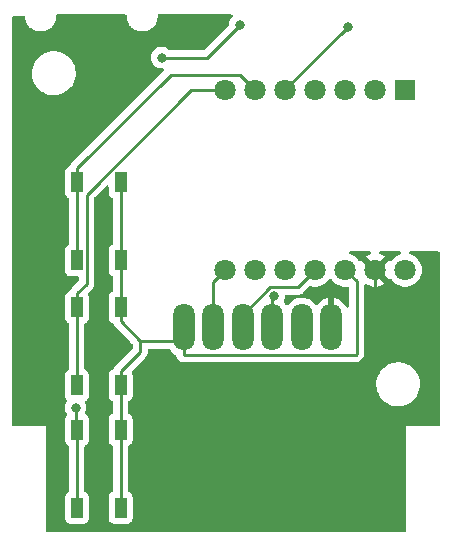
<source format=gbr>
%TF.GenerationSoftware,KiCad,Pcbnew,7.0.7*%
%TF.CreationDate,2023-08-27T21:45:09-04:00*%
%TF.ProjectId,PicoMemcard-qtpyrp2040,5069636f-4d65-46d6-9361-72642d717470,1.3.1*%
%TF.SameCoordinates,Original*%
%TF.FileFunction,Copper,L2,Bot*%
%TF.FilePolarity,Positive*%
%FSLAX46Y46*%
G04 Gerber Fmt 4.6, Leading zero omitted, Abs format (unit mm)*
G04 Created by KiCad (PCBNEW 7.0.7) date 2023-08-27 21:45:09*
%MOMM*%
%LPD*%
G01*
G04 APERTURE LIST*
%TA.AperFunction,ComponentPad*%
%ADD10C,1.800000*%
%TD*%
%TA.AperFunction,ComponentPad*%
%ADD11R,1.800000X1.800000*%
%TD*%
%TA.AperFunction,SMDPad,CuDef*%
%ADD12R,1.000000X1.700000*%
%TD*%
%TA.AperFunction,SMDPad,CuDef*%
%ADD13O,1.800000X4.000000*%
%TD*%
%TA.AperFunction,ViaPad*%
%ADD14C,0.800000*%
%TD*%
%TA.AperFunction,Conductor*%
%ADD15C,0.250000*%
%TD*%
%TA.AperFunction,Conductor*%
%ADD16C,0.254000*%
%TD*%
G04 APERTURE END LIST*
D10*
%TO.P,U2,14,5V*%
%TO.N,+5V*%
X164129000Y-92399200D03*
%TO.P,U2,13,GND*%
%TO.N,GND*%
X161589000Y-92399200D03*
%TO.P,U2,12,3V3*%
%TO.N,+3V3*%
X159049000Y-92399200D03*
%TO.P,U2,11,A10/D10/MOSI*%
%TO.N,MOSI*%
X156509000Y-92399200D03*
%TO.P,U2,10,A9/D9/MISO*%
%TO.N,MISO*%
X153969000Y-92399200D03*
%TO.P,U2,9,A8/D8/SCK*%
%TO.N,SCK*%
X151429000Y-92399200D03*
%TO.P,U2,8,A7/D7/RX*%
%TO.N,CS*%
X148889000Y-92399200D03*
%TO.P,U2,7,A6/D6/TX*%
%TO.N,GP27*%
X148889000Y-77159200D03*
%TO.P,U2,6,D5/SCL*%
%TO.N,GP26*%
X151429000Y-77159200D03*
%TO.P,U2,5,D4/SDA*%
%TO.N,ACK*%
X153969000Y-77159200D03*
%TO.P,U2,4,A3/D3*%
%TO.N,DAT*%
X156509000Y-77159200D03*
%TO.P,U2,3,A2/D2*%
%TO.N,CMD*%
X159049000Y-77159200D03*
%TO.P,U2,2,A1/D1*%
%TO.N,SEL*%
X161589000Y-77159200D03*
D11*
%TO.P,U2,1,A0/D0/DAC*%
%TO.N,CLK*%
X164129000Y-77159200D03*
%TD*%
D12*
%TO.P,SW3,1,A*%
%TO.N,+3V3*%
X140026000Y-112520000D03*
%TO.P,SW3,2,B*%
X140026000Y-105920000D03*
%TO.P,SW3,3,C*%
%TO.N,GP28*%
X136326000Y-112520000D03*
%TO.P,SW3,4,D*%
X136326000Y-105920000D03*
%TD*%
%TO.P,SW1,1,A*%
%TO.N,+3V3*%
X140026000Y-91570000D03*
%TO.P,SW1,2,B*%
X140026000Y-84970000D03*
%TO.P,SW1,3,C*%
%TO.N,GP26*%
X136326000Y-91570000D03*
%TO.P,SW1,4,D*%
X136326000Y-84970000D03*
%TD*%
%TO.P,SW2,1,A*%
%TO.N,+3V3*%
X140026000Y-102160000D03*
%TO.P,SW2,2,B*%
X140026000Y-95560000D03*
%TO.P,SW2,3,C*%
%TO.N,GP27*%
X136326000Y-102160000D03*
%TO.P,SW2,4,D*%
X136326000Y-95560000D03*
%TD*%
D13*
%TO.P,J2,1,Pin_1*%
%TO.N,+3V3*%
X145372000Y-97248000D03*
%TO.P,J2,2,Pin_2*%
%TO.N,CS*%
X147872000Y-97248000D03*
%TO.P,J2,3,Pin_3*%
%TO.N,MOSI*%
X150372000Y-97248000D03*
%TO.P,J2,4,Pin_4*%
%TO.N,SCK*%
X152872000Y-97248000D03*
%TO.P,J2,5,Pin_5*%
%TO.N,MISO*%
X155372000Y-97248000D03*
%TO.P,J2,6,Pin_6*%
%TO.N,GND*%
X157872000Y-97248000D03*
%TD*%
D14*
%TO.N,GND*%
X157864077Y-94200833D03*
X146500000Y-114000000D03*
X147830357Y-71830357D03*
%TO.N,MISO*%
X155382651Y-97211738D03*
%TO.N,SCK*%
X153013600Y-94593800D03*
%TO.N,+5V*%
X143506000Y-74422800D03*
X150124100Y-71627600D03*
%TO.N,GP28*%
X136210000Y-104040000D03*
%TO.N,ACK*%
X159292700Y-71787900D03*
%TD*%
D15*
%TO.N,GND*%
X146500000Y-114000000D02*
X161589000Y-98911000D01*
X161589000Y-98911000D02*
X161589000Y-92399200D01*
X134500000Y-114000000D02*
X146500000Y-114000000D01*
X147830357Y-71830357D02*
X143169643Y-71830357D01*
X143169643Y-71830357D02*
X134500000Y-80500000D01*
X134500000Y-80500000D02*
X134500000Y-114000000D01*
%TO.N,+3V3*%
X145372000Y-98411400D02*
X145372000Y-99574900D01*
X145372000Y-99574900D02*
X159925100Y-99574900D01*
X159925100Y-99574900D02*
X160000000Y-99500000D01*
X160000000Y-99500000D02*
X160000000Y-93350200D01*
X160000000Y-93350200D02*
X159049000Y-92399200D01*
X140026000Y-84970000D02*
X140026000Y-91570000D01*
X140026000Y-102160000D02*
X140026000Y-105920000D01*
X140026000Y-105920000D02*
X140026000Y-112520000D01*
X140026000Y-95560000D02*
X140026000Y-91570000D01*
X145372000Y-97248000D02*
X145372000Y-98411400D01*
X140026000Y-95560000D02*
X140026000Y-96736900D01*
X140026000Y-102160000D02*
X140026000Y-100983100D01*
X141700500Y-99308600D02*
X140026000Y-100983100D01*
X141700500Y-98411400D02*
X141700500Y-99308600D01*
X145372000Y-98411400D02*
X141700500Y-98411400D01*
X141700500Y-98411400D02*
X140026000Y-96736900D01*
D16*
%TO.N,MOSI*%
X150372000Y-96794000D02*
X150372000Y-97248000D01*
D15*
X150372000Y-96207500D02*
X150372000Y-96794000D01*
X152712600Y-93866900D02*
X150372000Y-96207500D01*
X155041300Y-93866900D02*
X152712600Y-93866900D01*
X156509000Y-92399200D02*
X155041300Y-93866900D01*
%TO.N,SCK*%
X153013600Y-94779500D02*
X153013600Y-94593800D01*
X152872000Y-94921100D02*
X153013600Y-94779500D01*
X152872000Y-97248000D02*
X152872000Y-94921100D01*
%TO.N,CS*%
X147872000Y-93416200D02*
X148889000Y-92399200D01*
X147872000Y-97248000D02*
X147872000Y-93416200D01*
%TO.N,+5V*%
X147328900Y-74422800D02*
X150124100Y-71627600D01*
X143506000Y-74422800D02*
X147328900Y-74422800D01*
%TO.N,GP28*%
X136326000Y-105920000D02*
X136326000Y-112520000D01*
D16*
X136326000Y-105084000D02*
X136326000Y-105264600D01*
X136326000Y-105264600D02*
X136326000Y-105920000D01*
D15*
X136210000Y-105148600D02*
X136210000Y-104040000D01*
X136326000Y-105264600D02*
X136210000Y-105148600D01*
%TO.N,GP27*%
X136326000Y-102160000D02*
X136326000Y-95560000D01*
X137152900Y-93556200D02*
X136326000Y-94383100D01*
X137152900Y-86010200D02*
X137152900Y-93556200D01*
X146003900Y-77159200D02*
X137152900Y-86010200D01*
X148889000Y-77159200D02*
X146003900Y-77159200D01*
X136326000Y-95560000D02*
X136326000Y-94383100D01*
%TO.N,GP26*%
X136326000Y-91570000D02*
X136326000Y-84970000D01*
X150137500Y-75867700D02*
X151429000Y-77159200D01*
X144251400Y-75867700D02*
X150137500Y-75867700D01*
X136326000Y-83793100D02*
X144251400Y-75867700D01*
X136326000Y-84970000D02*
X136326000Y-83793100D01*
%TO.N,ACK*%
X153969000Y-77111600D02*
X159292700Y-71787900D01*
X153969000Y-77159200D02*
X153969000Y-77111600D01*
%TD*%
%TA.AperFunction,Conductor*%
%TO.N,GND*%
G36*
X140491939Y-70770002D02*
G01*
X140538432Y-70823658D01*
X140549818Y-70876000D01*
X140549818Y-70893760D01*
X140549669Y-70894264D01*
X140549818Y-70897645D01*
X140549818Y-70900122D01*
X140549818Y-70900622D01*
X140549818Y-71008384D01*
X140563545Y-71090648D01*
X140567708Y-71115595D01*
X140567544Y-71116950D01*
X140567791Y-71117871D01*
X140569079Y-71123812D01*
X140585291Y-71220965D01*
X140585293Y-71220974D01*
X140622802Y-71330234D01*
X140622918Y-71332812D01*
X140624425Y-71336043D01*
X140626915Y-71342215D01*
X140655271Y-71424813D01*
X140655272Y-71424814D01*
X140655273Y-71424817D01*
X140655275Y-71424820D01*
X140713440Y-71532300D01*
X140714222Y-71535965D01*
X140717431Y-71540547D01*
X140721234Y-71546702D01*
X140757820Y-71614308D01*
X140757851Y-71614365D01*
X140757857Y-71614373D01*
X140836987Y-71716040D01*
X140838768Y-71720555D01*
X140843819Y-71725606D01*
X140848992Y-71731463D01*
X140869112Y-71757313D01*
X140871003Y-71759874D01*
X140891061Y-71788521D01*
X140905463Y-71798469D01*
X140989869Y-71876170D01*
X140992907Y-71881225D01*
X140999713Y-71885991D01*
X141006254Y-71891253D01*
X141046693Y-71928479D01*
X141056480Y-71938266D01*
X141071663Y-71945355D01*
X141167694Y-72008095D01*
X141172155Y-72013323D01*
X141176378Y-72015292D01*
X141192043Y-72024004D01*
X141229220Y-72048293D01*
X141236103Y-72052017D01*
X141242261Y-72055822D01*
X141244921Y-72057684D01*
X141260299Y-72061926D01*
X141325825Y-72090669D01*
X141365317Y-72107992D01*
X141371274Y-72112999D01*
X141376058Y-72114281D01*
X141394051Y-72120596D01*
X141426599Y-72134873D01*
X141428695Y-72135403D01*
X141450832Y-72143288D01*
X141465892Y-72144823D01*
X141566257Y-72170239D01*
X141577045Y-72172971D01*
X141584478Y-72177362D01*
X141589510Y-72177803D01*
X141609456Y-72181178D01*
X141635529Y-72187781D01*
X141645724Y-72188625D01*
X141667930Y-72192488D01*
X141668380Y-72192608D01*
X141682501Y-72191673D01*
X141796767Y-72201141D01*
X141805566Y-72204536D01*
X141810524Y-72204103D01*
X141831914Y-72204054D01*
X141837731Y-72204536D01*
X141850315Y-72205579D01*
X141850318Y-72205579D01*
X141850321Y-72205579D01*
X141859621Y-72204808D01*
X141868721Y-72204054D01*
X141890111Y-72204103D01*
X141891074Y-72204187D01*
X141903863Y-72201142D01*
X142018130Y-72191673D01*
X142028096Y-72193724D01*
X142032706Y-72192489D01*
X142054907Y-72188626D01*
X142065107Y-72187781D01*
X142091177Y-72181179D01*
X142111129Y-72177802D01*
X142112485Y-72177683D01*
X142123583Y-72172972D01*
X142234740Y-72144824D01*
X142245593Y-72145232D01*
X142249623Y-72143353D01*
X142271945Y-72135402D01*
X142274037Y-72134873D01*
X142306580Y-72120597D01*
X142324578Y-72114280D01*
X142326144Y-72113860D01*
X142335319Y-72107992D01*
X142374811Y-72090669D01*
X142440331Y-72061928D01*
X142451747Y-72060462D01*
X142458376Y-72055821D01*
X142464537Y-72052014D01*
X142471391Y-72048304D01*
X142471409Y-72048297D01*
X142508598Y-72023999D01*
X142524259Y-72015291D01*
X142525802Y-72014571D01*
X142532940Y-72008096D01*
X142628965Y-71945360D01*
X142640559Y-71941861D01*
X142653916Y-71928503D01*
X142694397Y-71891237D01*
X142700927Y-71885986D01*
X142705641Y-71882685D01*
X142710765Y-71876171D01*
X142795170Y-71798471D01*
X142806531Y-71792863D01*
X142829615Y-71759896D01*
X142831495Y-71757349D01*
X142851652Y-71731450D01*
X142856820Y-71725600D01*
X142860375Y-71722044D01*
X142863644Y-71716043D01*
X142942784Y-71614366D01*
X142979414Y-71546678D01*
X142983212Y-71540533D01*
X142985477Y-71537298D01*
X142987196Y-71532300D01*
X143045363Y-71424817D01*
X143073728Y-71342191D01*
X143076214Y-71336032D01*
X143077237Y-71333838D01*
X143077833Y-71330234D01*
X143115344Y-71220970D01*
X143131562Y-71123778D01*
X143132848Y-71117852D01*
X143132934Y-71117527D01*
X143132927Y-71115599D01*
X143150818Y-71008384D01*
X143150818Y-70900622D01*
X143150818Y-70900122D01*
X143150818Y-70897645D01*
X143150953Y-70894554D01*
X143150817Y-70893767D01*
X143150816Y-70876007D01*
X143170814Y-70807885D01*
X143224467Y-70761389D01*
X143276816Y-70750000D01*
X149408787Y-70750000D01*
X149476908Y-70770002D01*
X149523401Y-70823658D01*
X149533505Y-70893932D01*
X149504011Y-70958512D01*
X149502423Y-70960310D01*
X149385065Y-71090648D01*
X149385058Y-71090658D01*
X149289576Y-71256038D01*
X149289573Y-71256045D01*
X149230557Y-71437672D01*
X149213192Y-71602892D01*
X149186179Y-71668549D01*
X149176977Y-71678816D01*
X147103400Y-73752395D01*
X147041088Y-73786420D01*
X147014305Y-73789300D01*
X144214200Y-73789300D01*
X144146079Y-73769298D01*
X144120563Y-73747610D01*
X144117252Y-73743933D01*
X143962752Y-73631682D01*
X143788288Y-73554006D01*
X143601487Y-73514300D01*
X143410513Y-73514300D01*
X143223711Y-73554006D01*
X143049247Y-73631682D01*
X142894744Y-73743935D01*
X142766965Y-73885848D01*
X142766958Y-73885858D01*
X142671476Y-74051238D01*
X142671473Y-74051245D01*
X142612457Y-74232872D01*
X142592496Y-74422800D01*
X142612457Y-74612727D01*
X142642526Y-74705270D01*
X142671473Y-74794356D01*
X142671476Y-74794361D01*
X142766958Y-74959741D01*
X142766965Y-74959751D01*
X142894744Y-75101664D01*
X142955999Y-75146168D01*
X143049248Y-75213918D01*
X143223712Y-75291594D01*
X143410513Y-75331300D01*
X143587704Y-75331300D01*
X143655825Y-75351302D01*
X143702318Y-75404958D01*
X143712422Y-75475232D01*
X143682928Y-75539812D01*
X143676799Y-75546395D01*
X135937336Y-83285857D01*
X135924901Y-83295821D01*
X135925089Y-83296048D01*
X135918980Y-83301101D01*
X135871016Y-83352178D01*
X135849866Y-83373327D01*
X135845560Y-83378877D01*
X135841714Y-83383379D01*
X135809417Y-83417774D01*
X135809411Y-83417783D01*
X135799651Y-83435535D01*
X135788803Y-83452050D01*
X135776386Y-83468058D01*
X135757645Y-83511364D01*
X135755034Y-83516694D01*
X135732305Y-83558039D01*
X135729387Y-83565410D01*
X135727158Y-83564527D01*
X135696953Y-83615256D01*
X135655273Y-83640958D01*
X135579797Y-83669110D01*
X135462738Y-83756738D01*
X135375112Y-83873792D01*
X135375110Y-83873797D01*
X135324011Y-84010795D01*
X135324009Y-84010803D01*
X135317500Y-84071350D01*
X135317500Y-85868649D01*
X135324009Y-85929196D01*
X135324011Y-85929204D01*
X135375110Y-86066202D01*
X135375112Y-86066207D01*
X135462738Y-86183261D01*
X135579796Y-86270889D01*
X135610531Y-86282353D01*
X135667368Y-86324899D01*
X135692179Y-86391419D01*
X135692500Y-86400409D01*
X135692500Y-90139591D01*
X135672498Y-90207712D01*
X135618842Y-90254205D01*
X135610534Y-90257646D01*
X135579795Y-90269111D01*
X135579792Y-90269112D01*
X135462738Y-90356738D01*
X135375112Y-90473792D01*
X135375110Y-90473797D01*
X135324011Y-90610795D01*
X135324009Y-90610803D01*
X135317500Y-90671350D01*
X135317500Y-92468649D01*
X135324009Y-92529196D01*
X135324011Y-92529204D01*
X135375110Y-92666202D01*
X135375112Y-92666207D01*
X135462738Y-92783261D01*
X135579792Y-92870887D01*
X135579794Y-92870888D01*
X135579796Y-92870889D01*
X135610532Y-92882353D01*
X135716795Y-92921988D01*
X135716803Y-92921990D01*
X135777350Y-92928499D01*
X135777355Y-92928499D01*
X135777362Y-92928500D01*
X136393400Y-92928500D01*
X136461521Y-92948502D01*
X136508014Y-93002158D01*
X136519400Y-93054500D01*
X136519400Y-93241603D01*
X136499398Y-93309724D01*
X136482495Y-93330698D01*
X135937336Y-93875857D01*
X135924901Y-93885821D01*
X135925089Y-93886048D01*
X135918980Y-93891101D01*
X135871016Y-93942178D01*
X135849866Y-93963327D01*
X135845560Y-93968877D01*
X135841714Y-93973379D01*
X135809417Y-94007774D01*
X135809411Y-94007783D01*
X135799651Y-94025535D01*
X135788803Y-94042050D01*
X135776386Y-94058058D01*
X135757645Y-94101364D01*
X135755034Y-94106694D01*
X135732305Y-94148039D01*
X135729387Y-94155410D01*
X135727158Y-94154527D01*
X135696953Y-94205256D01*
X135655273Y-94230958D01*
X135579797Y-94259110D01*
X135462738Y-94346738D01*
X135375112Y-94463792D01*
X135375110Y-94463797D01*
X135324011Y-94600795D01*
X135324009Y-94600803D01*
X135317500Y-94661350D01*
X135317500Y-96458649D01*
X135324009Y-96519196D01*
X135324011Y-96519204D01*
X135375110Y-96656202D01*
X135375112Y-96656207D01*
X135462738Y-96773261D01*
X135579796Y-96860889D01*
X135610531Y-96872353D01*
X135667368Y-96914899D01*
X135692179Y-96981419D01*
X135692500Y-96990409D01*
X135692500Y-100729591D01*
X135672498Y-100797712D01*
X135618842Y-100844205D01*
X135610534Y-100847646D01*
X135579795Y-100859111D01*
X135579792Y-100859112D01*
X135462738Y-100946738D01*
X135375112Y-101063792D01*
X135375110Y-101063797D01*
X135324011Y-101200795D01*
X135324009Y-101200803D01*
X135317500Y-101261350D01*
X135317500Y-103058649D01*
X135324009Y-103119196D01*
X135324011Y-103119204D01*
X135375110Y-103256202D01*
X135375110Y-103256203D01*
X135394030Y-103281477D01*
X135459881Y-103369444D01*
X135484692Y-103435963D01*
X135469601Y-103505337D01*
X135468132Y-103507952D01*
X135375476Y-103668438D01*
X135375473Y-103668445D01*
X135316457Y-103850072D01*
X135296496Y-104039999D01*
X135316457Y-104229927D01*
X135346526Y-104322470D01*
X135375473Y-104411556D01*
X135375476Y-104411561D01*
X135468132Y-104572046D01*
X135484870Y-104641041D01*
X135461650Y-104708133D01*
X135459881Y-104710555D01*
X135375113Y-104823792D01*
X135375110Y-104823797D01*
X135324011Y-104960795D01*
X135324009Y-104960803D01*
X135317500Y-105021350D01*
X135317500Y-106818649D01*
X135324009Y-106879196D01*
X135324011Y-106879204D01*
X135375110Y-107016202D01*
X135375112Y-107016207D01*
X135462738Y-107133261D01*
X135579796Y-107220889D01*
X135610531Y-107232353D01*
X135667368Y-107274899D01*
X135692179Y-107341419D01*
X135692500Y-107350409D01*
X135692500Y-111089591D01*
X135672498Y-111157712D01*
X135618842Y-111204205D01*
X135610534Y-111207646D01*
X135579795Y-111219111D01*
X135579792Y-111219112D01*
X135462738Y-111306738D01*
X135375112Y-111423792D01*
X135375110Y-111423797D01*
X135324011Y-111560795D01*
X135324009Y-111560803D01*
X135317500Y-111621350D01*
X135317500Y-113418649D01*
X135324009Y-113479196D01*
X135324011Y-113479204D01*
X135375110Y-113616202D01*
X135375112Y-113616207D01*
X135462738Y-113733261D01*
X135579792Y-113820887D01*
X135579794Y-113820888D01*
X135579796Y-113820889D01*
X135638875Y-113842924D01*
X135716795Y-113871988D01*
X135716803Y-113871990D01*
X135777350Y-113878499D01*
X135777355Y-113878499D01*
X135777362Y-113878500D01*
X135777368Y-113878500D01*
X136874632Y-113878500D01*
X136874638Y-113878500D01*
X136874645Y-113878499D01*
X136874649Y-113878499D01*
X136935196Y-113871990D01*
X136935199Y-113871989D01*
X136935201Y-113871989D01*
X137072204Y-113820889D01*
X137189261Y-113733261D01*
X137276889Y-113616204D01*
X137327989Y-113479201D01*
X137334500Y-113418638D01*
X137334500Y-111621362D01*
X137334499Y-111621350D01*
X137327990Y-111560803D01*
X137327988Y-111560795D01*
X137276889Y-111423797D01*
X137276887Y-111423792D01*
X137189261Y-111306738D01*
X137072207Y-111219112D01*
X137072204Y-111219111D01*
X137041466Y-111207646D01*
X136984631Y-111165099D01*
X136959821Y-111098578D01*
X136959500Y-111089591D01*
X136959500Y-107350409D01*
X136979502Y-107282288D01*
X137033158Y-107235795D01*
X137041469Y-107232353D01*
X137059808Y-107225512D01*
X137072204Y-107220889D01*
X137189261Y-107133261D01*
X137276889Y-107016204D01*
X137327989Y-106879201D01*
X137334500Y-106818638D01*
X137334500Y-105021362D01*
X137334499Y-105021350D01*
X137327990Y-104960803D01*
X137327988Y-104960795D01*
X137276889Y-104823797D01*
X137276887Y-104823792D01*
X137189261Y-104706738D01*
X137064990Y-104613711D01*
X137065978Y-104612390D01*
X137023094Y-104569497D01*
X137008010Y-104500121D01*
X137024568Y-104446124D01*
X137044527Y-104411556D01*
X137103542Y-104229928D01*
X137123504Y-104040000D01*
X137103542Y-103850072D01*
X137044527Y-103668444D01*
X137024569Y-103633877D01*
X137007831Y-103564883D01*
X137031050Y-103497790D01*
X137065610Y-103467119D01*
X137064990Y-103466290D01*
X137189261Y-103373261D01*
X137276887Y-103256207D01*
X137276887Y-103256206D01*
X137276889Y-103256204D01*
X137327989Y-103119201D01*
X137334500Y-103058638D01*
X137334500Y-101261362D01*
X137334499Y-101261350D01*
X137327990Y-101200803D01*
X137327988Y-101200795D01*
X137291671Y-101103427D01*
X137276889Y-101063796D01*
X137276888Y-101063794D01*
X137276887Y-101063792D01*
X137189261Y-100946738D01*
X137072207Y-100859112D01*
X137072204Y-100859111D01*
X137041466Y-100847646D01*
X136984631Y-100805099D01*
X136959821Y-100738578D01*
X136959500Y-100729591D01*
X136959500Y-96990409D01*
X136979502Y-96922288D01*
X137033158Y-96875795D01*
X137041469Y-96872353D01*
X137059808Y-96865512D01*
X137072204Y-96860889D01*
X137189261Y-96773261D01*
X137207911Y-96748347D01*
X137276887Y-96656207D01*
X137276887Y-96656206D01*
X137276889Y-96656204D01*
X137327989Y-96519201D01*
X137334500Y-96458638D01*
X137334500Y-94661362D01*
X137334499Y-94661350D01*
X137327990Y-94600803D01*
X137327988Y-94600795D01*
X137284937Y-94485373D01*
X137276889Y-94463796D01*
X137276886Y-94463792D01*
X137274168Y-94458813D01*
X137259080Y-94389438D01*
X137283895Y-94322919D01*
X137295657Y-94309345D01*
X137541557Y-94063445D01*
X137553992Y-94053484D01*
X137553805Y-94053257D01*
X137559909Y-94048205D01*
X137559918Y-94048200D01*
X137607899Y-93997104D01*
X137629034Y-93975970D01*
X137633329Y-93970432D01*
X137637171Y-93965931D01*
X137669486Y-93931521D01*
X137679245Y-93913767D01*
X137690097Y-93897246D01*
X137702513Y-93881241D01*
X137714965Y-93852466D01*
X137721247Y-93837948D01*
X137723861Y-93832612D01*
X137737557Y-93807700D01*
X137746595Y-93791260D01*
X137751633Y-93771635D01*
X137758038Y-93752930D01*
X137766081Y-93734345D01*
X137772624Y-93693029D01*
X137773461Y-93687747D01*
X137774662Y-93681940D01*
X137786400Y-93636230D01*
X137786400Y-93615974D01*
X137787951Y-93596263D01*
X137791120Y-93576257D01*
X137788529Y-93548851D01*
X137786680Y-93529280D01*
X137786400Y-93523348D01*
X137786400Y-86324793D01*
X137806402Y-86256672D01*
X137823300Y-86235702D01*
X138802405Y-85256597D01*
X138864717Y-85222572D01*
X138935532Y-85227637D01*
X138992368Y-85270184D01*
X139017179Y-85336704D01*
X139017500Y-85345693D01*
X139017500Y-85868649D01*
X139024009Y-85929196D01*
X139024011Y-85929204D01*
X139075110Y-86066202D01*
X139075112Y-86066207D01*
X139162738Y-86183261D01*
X139279796Y-86270889D01*
X139310531Y-86282353D01*
X139367368Y-86324899D01*
X139392179Y-86391419D01*
X139392500Y-86400409D01*
X139392500Y-90139591D01*
X139372498Y-90207712D01*
X139318842Y-90254205D01*
X139310534Y-90257646D01*
X139279795Y-90269111D01*
X139279792Y-90269112D01*
X139162738Y-90356738D01*
X139075112Y-90473792D01*
X139075110Y-90473797D01*
X139024011Y-90610795D01*
X139024009Y-90610803D01*
X139017500Y-90671350D01*
X139017500Y-92468649D01*
X139024009Y-92529196D01*
X139024011Y-92529204D01*
X139075110Y-92666202D01*
X139075112Y-92666207D01*
X139162738Y-92783261D01*
X139279796Y-92870889D01*
X139310531Y-92882353D01*
X139367368Y-92924899D01*
X139392179Y-92991419D01*
X139392500Y-93000409D01*
X139392500Y-94129591D01*
X139372498Y-94197712D01*
X139318842Y-94244205D01*
X139310534Y-94247646D01*
X139279795Y-94259111D01*
X139279792Y-94259112D01*
X139162738Y-94346738D01*
X139075112Y-94463792D01*
X139075110Y-94463797D01*
X139024011Y-94600795D01*
X139024009Y-94600803D01*
X139017500Y-94661350D01*
X139017500Y-96458649D01*
X139024009Y-96519196D01*
X139024011Y-96519204D01*
X139075110Y-96656202D01*
X139075112Y-96656207D01*
X139162738Y-96773261D01*
X139279792Y-96860887D01*
X139279796Y-96860889D01*
X139357914Y-96890026D01*
X139414750Y-96932572D01*
X139434876Y-96972922D01*
X139439981Y-96990490D01*
X139439982Y-96990493D01*
X139450294Y-97007931D01*
X139458988Y-97025679D01*
X139466444Y-97044509D01*
X139466450Y-97044520D01*
X139494177Y-97082683D01*
X139497437Y-97087646D01*
X139521460Y-97128265D01*
X139535779Y-97142584D01*
X139548617Y-97157614D01*
X139558156Y-97170743D01*
X139560528Y-97174007D01*
X139588794Y-97197391D01*
X139596886Y-97204085D01*
X139601267Y-97208071D01*
X140861077Y-98467881D01*
X141030095Y-98636899D01*
X141064121Y-98699211D01*
X141067000Y-98725994D01*
X141067000Y-98994004D01*
X141046998Y-99062125D01*
X141030095Y-99083099D01*
X139637336Y-100475857D01*
X139624901Y-100485821D01*
X139625089Y-100486048D01*
X139618980Y-100491101D01*
X139571015Y-100542179D01*
X139549866Y-100563327D01*
X139545560Y-100568877D01*
X139541714Y-100573379D01*
X139509417Y-100607774D01*
X139509411Y-100607783D01*
X139499651Y-100625535D01*
X139488803Y-100642050D01*
X139476386Y-100658058D01*
X139457645Y-100701364D01*
X139455034Y-100706694D01*
X139432305Y-100748039D01*
X139429387Y-100755410D01*
X139427158Y-100754527D01*
X139396953Y-100805256D01*
X139355273Y-100830958D01*
X139279797Y-100859110D01*
X139162738Y-100946738D01*
X139075112Y-101063792D01*
X139075110Y-101063797D01*
X139024011Y-101200795D01*
X139024009Y-101200803D01*
X139017500Y-101261350D01*
X139017500Y-103058649D01*
X139024009Y-103119196D01*
X139024011Y-103119204D01*
X139075110Y-103256202D01*
X139075112Y-103256207D01*
X139162738Y-103373261D01*
X139279796Y-103460889D01*
X139310531Y-103472353D01*
X139367368Y-103514899D01*
X139392179Y-103581419D01*
X139392500Y-103590409D01*
X139392500Y-104489591D01*
X139372498Y-104557712D01*
X139318842Y-104604205D01*
X139310534Y-104607646D01*
X139279795Y-104619111D01*
X139279792Y-104619112D01*
X139162738Y-104706738D01*
X139075112Y-104823792D01*
X139075110Y-104823797D01*
X139024011Y-104960795D01*
X139024009Y-104960803D01*
X139017500Y-105021350D01*
X139017500Y-106818649D01*
X139024009Y-106879196D01*
X139024011Y-106879204D01*
X139075110Y-107016202D01*
X139075112Y-107016207D01*
X139162738Y-107133261D01*
X139279796Y-107220889D01*
X139310531Y-107232353D01*
X139367368Y-107274899D01*
X139392179Y-107341419D01*
X139392500Y-107350409D01*
X139392500Y-111089591D01*
X139372498Y-111157712D01*
X139318842Y-111204205D01*
X139310534Y-111207646D01*
X139279795Y-111219111D01*
X139279792Y-111219112D01*
X139162738Y-111306738D01*
X139075112Y-111423792D01*
X139075110Y-111423797D01*
X139024011Y-111560795D01*
X139024009Y-111560803D01*
X139017500Y-111621350D01*
X139017500Y-113418649D01*
X139024009Y-113479196D01*
X139024011Y-113479204D01*
X139075110Y-113616202D01*
X139075112Y-113616207D01*
X139162738Y-113733261D01*
X139279792Y-113820887D01*
X139279794Y-113820888D01*
X139279796Y-113820889D01*
X139338875Y-113842924D01*
X139416795Y-113871988D01*
X139416803Y-113871990D01*
X139477350Y-113878499D01*
X139477355Y-113878499D01*
X139477362Y-113878500D01*
X139477368Y-113878500D01*
X140574632Y-113878500D01*
X140574638Y-113878500D01*
X140574645Y-113878499D01*
X140574649Y-113878499D01*
X140635196Y-113871990D01*
X140635199Y-113871989D01*
X140635201Y-113871989D01*
X140772204Y-113820889D01*
X140889261Y-113733261D01*
X140976889Y-113616204D01*
X141027989Y-113479201D01*
X141034500Y-113418638D01*
X141034500Y-111621362D01*
X141034499Y-111621350D01*
X141027990Y-111560803D01*
X141027988Y-111560795D01*
X140976889Y-111423797D01*
X140976887Y-111423792D01*
X140889261Y-111306738D01*
X140772207Y-111219112D01*
X140772204Y-111219111D01*
X140741466Y-111207646D01*
X140684631Y-111165099D01*
X140659821Y-111098578D01*
X140659500Y-111089591D01*
X140659500Y-107350409D01*
X140679502Y-107282288D01*
X140733158Y-107235795D01*
X140741469Y-107232353D01*
X140759808Y-107225512D01*
X140772204Y-107220889D01*
X140889261Y-107133261D01*
X140976889Y-107016204D01*
X141027989Y-106879201D01*
X141034500Y-106818638D01*
X141034500Y-105021362D01*
X141034499Y-105021350D01*
X141027990Y-104960803D01*
X141027988Y-104960795D01*
X140976889Y-104823797D01*
X140976887Y-104823792D01*
X140889261Y-104706738D01*
X140772207Y-104619112D01*
X140772204Y-104619111D01*
X140741466Y-104607646D01*
X140684631Y-104565099D01*
X140659821Y-104498578D01*
X140659500Y-104489591D01*
X140659500Y-103590409D01*
X140679502Y-103522288D01*
X140733158Y-103475795D01*
X140741469Y-103472353D01*
X140759808Y-103465512D01*
X140772204Y-103460889D01*
X140889261Y-103373261D01*
X140900820Y-103357820D01*
X140976887Y-103256207D01*
X140976887Y-103256206D01*
X140976889Y-103256204D01*
X141027989Y-103119201D01*
X141034500Y-103058638D01*
X141034500Y-102137765D01*
X161675788Y-102137765D01*
X161705412Y-102407014D01*
X161773928Y-102669090D01*
X161879869Y-102918389D01*
X161879870Y-102918390D01*
X162020982Y-103149610D01*
X162194255Y-103357820D01*
X162395998Y-103538582D01*
X162621910Y-103688044D01*
X162867176Y-103803020D01*
X163126569Y-103881060D01*
X163126572Y-103881060D01*
X163126574Y-103881061D01*
X163394557Y-103920500D01*
X163394561Y-103920500D01*
X163597633Y-103920500D01*
X163632363Y-103917957D01*
X163800156Y-103905677D01*
X163800160Y-103905676D01*
X163800161Y-103905676D01*
X163910665Y-103881060D01*
X164064553Y-103846780D01*
X164317558Y-103750014D01*
X164553777Y-103617441D01*
X164768177Y-103451888D01*
X164956186Y-103256881D01*
X165113799Y-103036579D01*
X165237656Y-102795675D01*
X165325118Y-102539305D01*
X165374319Y-102272933D01*
X165384212Y-102002235D01*
X165369338Y-101867058D01*
X165354587Y-101732985D01*
X165286071Y-101470909D01*
X165180130Y-101221610D01*
X165167427Y-101200795D01*
X165039018Y-100990390D01*
X164865745Y-100782180D01*
X164865741Y-100782177D01*
X164865740Y-100782175D01*
X164664012Y-100601427D01*
X164664002Y-100601418D01*
X164438090Y-100451956D01*
X164192824Y-100336980D01*
X164035392Y-100289615D01*
X163933425Y-100258938D01*
X163665442Y-100219500D01*
X163665439Y-100219500D01*
X163462369Y-100219500D01*
X163462367Y-100219500D01*
X163259839Y-100234323D01*
X163259838Y-100234323D01*
X162995456Y-100293217D01*
X162995441Y-100293222D01*
X162742441Y-100389986D01*
X162506229Y-100522555D01*
X162506225Y-100522557D01*
X162291818Y-100688116D01*
X162103815Y-100883117D01*
X162103810Y-100883123D01*
X161946203Y-101103417D01*
X161946196Y-101103427D01*
X161822343Y-101344324D01*
X161822342Y-101344327D01*
X161734883Y-101600689D01*
X161734880Y-101600702D01*
X161685681Y-101867058D01*
X161685680Y-101867069D01*
X161675788Y-102137765D01*
X141034500Y-102137765D01*
X141034500Y-101261362D01*
X141034499Y-101261350D01*
X141027990Y-101200803D01*
X141027988Y-101200795D01*
X140976890Y-101063799D01*
X140976889Y-101063797D01*
X140976889Y-101063796D01*
X140976886Y-101063792D01*
X140974168Y-101058813D01*
X140959080Y-100989438D01*
X140983895Y-100922919D01*
X140995657Y-100909345D01*
X142089157Y-99815845D01*
X142101592Y-99805884D01*
X142101405Y-99805657D01*
X142107509Y-99800605D01*
X142107518Y-99800600D01*
X142155499Y-99749504D01*
X142176635Y-99728369D01*
X142180937Y-99722821D01*
X142184767Y-99718335D01*
X142217086Y-99683921D01*
X142226845Y-99666167D01*
X142237704Y-99649638D01*
X142250114Y-99633640D01*
X142268854Y-99590332D01*
X142271465Y-99585004D01*
X142285335Y-99559775D01*
X142294195Y-99543660D01*
X142299233Y-99524035D01*
X142305638Y-99505330D01*
X142313681Y-99486745D01*
X142321061Y-99440147D01*
X142322262Y-99434340D01*
X142334000Y-99388630D01*
X142334000Y-99368374D01*
X142335551Y-99348663D01*
X142338720Y-99328657D01*
X142336129Y-99301251D01*
X142334280Y-99281680D01*
X142334000Y-99275748D01*
X142334000Y-99170900D01*
X142354002Y-99102779D01*
X142407658Y-99056286D01*
X142460000Y-99044900D01*
X144076063Y-99044900D01*
X144144184Y-99064902D01*
X144180454Y-99100342D01*
X144272175Y-99236047D01*
X144272177Y-99236049D01*
X144272180Y-99236053D01*
X144389495Y-99358457D01*
X144438075Y-99409144D01*
X144630843Y-99551715D01*
X144674736Y-99573845D01*
X144726556Y-99622371D01*
X144743761Y-99678438D01*
X144744775Y-99694551D01*
X144747321Y-99702387D01*
X144752493Y-99725526D01*
X144753524Y-99733689D01*
X144753525Y-99733694D01*
X144753526Y-99733697D01*
X144759784Y-99749504D01*
X144774924Y-99787742D01*
X144776264Y-99791465D01*
X144794236Y-99846775D01*
X144794237Y-99846776D01*
X144794237Y-99846778D01*
X144798652Y-99853734D01*
X144809417Y-99874862D01*
X144812447Y-99882516D01*
X144846616Y-99929546D01*
X144848840Y-99932819D01*
X144880000Y-99981918D01*
X144886007Y-99987559D01*
X144901688Y-100005346D01*
X144906526Y-100012005D01*
X144906527Y-100012006D01*
X144951321Y-100049063D01*
X144954291Y-100051681D01*
X144996679Y-100091487D01*
X145003896Y-100095454D01*
X145023511Y-100108784D01*
X145029856Y-100114033D01*
X145082495Y-100138803D01*
X145085955Y-100140566D01*
X145136940Y-100168595D01*
X145144913Y-100170642D01*
X145167226Y-100178674D01*
X145174682Y-100182183D01*
X145231818Y-100193082D01*
X145235630Y-100193934D01*
X145275695Y-100204221D01*
X145291965Y-100208399D01*
X145291967Y-100208399D01*
X145291970Y-100208400D01*
X145300206Y-100208400D01*
X145323816Y-100210631D01*
X145331906Y-100212175D01*
X145389949Y-100208523D01*
X145393883Y-100208400D01*
X159841247Y-100208400D01*
X159857088Y-100210149D01*
X159857116Y-100209856D01*
X159865002Y-100210600D01*
X159865009Y-100210602D01*
X159935058Y-100208400D01*
X159964956Y-100208400D01*
X159971918Y-100207519D01*
X159977819Y-100207054D01*
X160024989Y-100205573D01*
X160044447Y-100199919D01*
X160063794Y-100195913D01*
X160083897Y-100193374D01*
X160084653Y-100193075D01*
X160092397Y-100190008D01*
X160127779Y-100175999D01*
X160133374Y-100174083D01*
X160161916Y-100165791D01*
X160178691Y-100160919D01*
X160178695Y-100160917D01*
X160196126Y-100150608D01*
X160213880Y-100141909D01*
X160232717Y-100134452D01*
X160270886Y-100106718D01*
X160275844Y-100103462D01*
X160316462Y-100079442D01*
X160330785Y-100065118D01*
X160345824Y-100052274D01*
X160362207Y-100040372D01*
X160384239Y-100013738D01*
X160401009Y-99996970D01*
X160407012Y-99992003D01*
X160407018Y-99992000D01*
X160454999Y-99940904D01*
X160476135Y-99919769D01*
X160480437Y-99914221D01*
X160484267Y-99909735D01*
X160516586Y-99875321D01*
X160526345Y-99857567D01*
X160537204Y-99841038D01*
X160549614Y-99825040D01*
X160568354Y-99781732D01*
X160570965Y-99776404D01*
X160593694Y-99735061D01*
X160593695Y-99735060D01*
X160598733Y-99715435D01*
X160605138Y-99696730D01*
X160606081Y-99694551D01*
X160613181Y-99678145D01*
X160620229Y-99633641D01*
X160620561Y-99631547D01*
X160621762Y-99625740D01*
X160633500Y-99580030D01*
X160633500Y-99559775D01*
X160635051Y-99540063D01*
X160638220Y-99520057D01*
X160635071Y-99486743D01*
X160633780Y-99473080D01*
X160633500Y-99467148D01*
X160633500Y-93694522D01*
X160653502Y-93626401D01*
X160707158Y-93579908D01*
X160777432Y-93569804D01*
X160819469Y-93583708D01*
X161021474Y-93693028D01*
X161021477Y-93693029D01*
X161242167Y-93768792D01*
X161242176Y-93768794D01*
X161472334Y-93807200D01*
X161705666Y-93807200D01*
X161935823Y-93768794D01*
X161935832Y-93768792D01*
X162156522Y-93693029D01*
X162156525Y-93693027D01*
X162361738Y-93581972D01*
X162390317Y-93559728D01*
X161915267Y-93084679D01*
X161881242Y-93022366D01*
X161886306Y-92951551D01*
X161927657Y-92895622D01*
X162016925Y-92827125D01*
X162085423Y-92737856D01*
X162142757Y-92695991D01*
X162213628Y-92691769D01*
X162274478Y-92725467D01*
X162748202Y-93199191D01*
X162753218Y-93191515D01*
X162807221Y-93145427D01*
X162877569Y-93135851D01*
X162941926Y-93165828D01*
X162964184Y-93191515D01*
X163013685Y-93267283D01*
X163171774Y-93439013D01*
X163171778Y-93439017D01*
X163237650Y-93490287D01*
X163355983Y-93582390D01*
X163561273Y-93693487D01*
X163782049Y-93769280D01*
X164012288Y-93807700D01*
X164012292Y-93807700D01*
X164245708Y-93807700D01*
X164245712Y-93807700D01*
X164475951Y-93769280D01*
X164696727Y-93693487D01*
X164902017Y-93582390D01*
X165086220Y-93439018D01*
X165112666Y-93410291D01*
X165244314Y-93267283D01*
X165259105Y-93244644D01*
X165371984Y-93071869D01*
X165465749Y-92858107D01*
X165523051Y-92631826D01*
X165542327Y-92399200D01*
X165523051Y-92166574D01*
X165505334Y-92096611D01*
X165465750Y-91940296D01*
X165465747Y-91940289D01*
X165371984Y-91726531D01*
X165244314Y-91531116D01*
X165086225Y-91359386D01*
X165086221Y-91359382D01*
X164931130Y-91238670D01*
X164902017Y-91216010D01*
X164696727Y-91104913D01*
X164696724Y-91104912D01*
X164696723Y-91104911D01*
X164553297Y-91055673D01*
X164495362Y-91014636D01*
X164468810Y-90948791D01*
X164482072Y-90879044D01*
X164530936Y-90827539D01*
X164594209Y-90810500D01*
X166923500Y-90810500D01*
X166991621Y-90830502D01*
X167038114Y-90884158D01*
X167049500Y-90936500D01*
X167049500Y-105473500D01*
X167029498Y-105541621D01*
X166975842Y-105588114D01*
X166923500Y-105599500D01*
X164225158Y-105599500D01*
X164224952Y-105599459D01*
X164200001Y-105599459D01*
X164200000Y-105599459D01*
X164199901Y-105599500D01*
X164199617Y-105599617D01*
X164199459Y-105600000D01*
X164199476Y-105625014D01*
X164199471Y-105625014D01*
X164199500Y-105625157D01*
X164199500Y-114493500D01*
X164179498Y-114561621D01*
X164125842Y-114608114D01*
X164073500Y-114619500D01*
X133826500Y-114619500D01*
X133758379Y-114599498D01*
X133711886Y-114545842D01*
X133700500Y-114493500D01*
X133700499Y-105608343D01*
X133700539Y-105600002D01*
X133700541Y-105600000D01*
X133700383Y-105599617D01*
X133700099Y-105599500D01*
X133700000Y-105599459D01*
X133699999Y-105599459D01*
X133675048Y-105599459D01*
X133674842Y-105599500D01*
X130976500Y-105599500D01*
X130908379Y-105579498D01*
X130861886Y-105525842D01*
X130850500Y-105473500D01*
X130850500Y-75797765D01*
X132515788Y-75797765D01*
X132545412Y-76067014D01*
X132613928Y-76329090D01*
X132719869Y-76578389D01*
X132750833Y-76629125D01*
X132860982Y-76809610D01*
X133034255Y-77017820D01*
X133235998Y-77198582D01*
X133461910Y-77348044D01*
X133707176Y-77463020D01*
X133966569Y-77541060D01*
X133966572Y-77541060D01*
X133966574Y-77541061D01*
X134234557Y-77580500D01*
X134234561Y-77580500D01*
X134437633Y-77580500D01*
X134472363Y-77577957D01*
X134640156Y-77565677D01*
X134640160Y-77565676D01*
X134640161Y-77565676D01*
X134750665Y-77541060D01*
X134904553Y-77506780D01*
X135157558Y-77410014D01*
X135393777Y-77277441D01*
X135608177Y-77111888D01*
X135796186Y-76916881D01*
X135953799Y-76696579D01*
X135964382Y-76675996D01*
X136077656Y-76455675D01*
X136077657Y-76455672D01*
X136161276Y-76210567D01*
X136165118Y-76199305D01*
X136199531Y-76012993D01*
X136214318Y-75932941D01*
X136214319Y-75932930D01*
X136216805Y-75864911D01*
X136224212Y-75662235D01*
X136203636Y-75475232D01*
X136194587Y-75392985D01*
X136153002Y-75233920D01*
X136126072Y-75130912D01*
X136020130Y-74881610D01*
X135879018Y-74650390D01*
X135705745Y-74442180D01*
X135705741Y-74442177D01*
X135705740Y-74442175D01*
X135504012Y-74261427D01*
X135504002Y-74261418D01*
X135278090Y-74111956D01*
X135032824Y-73996980D01*
X134875392Y-73949615D01*
X134773425Y-73918938D01*
X134505442Y-73879500D01*
X134505439Y-73879500D01*
X134302369Y-73879500D01*
X134302367Y-73879500D01*
X134099839Y-73894323D01*
X134099838Y-73894323D01*
X133835456Y-73953217D01*
X133835441Y-73953222D01*
X133582441Y-74049986D01*
X133346229Y-74182555D01*
X133346225Y-74182557D01*
X133131818Y-74348116D01*
X132943815Y-74543117D01*
X132943810Y-74543123D01*
X132786203Y-74763417D01*
X132786196Y-74763427D01*
X132662343Y-75004324D01*
X132662342Y-75004327D01*
X132574883Y-75260689D01*
X132574880Y-75260702D01*
X132525681Y-75527058D01*
X132525680Y-75527069D01*
X132515788Y-75797765D01*
X130850500Y-75797765D01*
X130850500Y-71026500D01*
X130870502Y-70958379D01*
X130924158Y-70911886D01*
X130976500Y-70900500D01*
X131824964Y-70900500D01*
X131893085Y-70920502D01*
X131939578Y-70974158D01*
X131949245Y-71005758D01*
X131949582Y-71007783D01*
X131949583Y-71007784D01*
X131952671Y-71026284D01*
X131968468Y-71120940D01*
X131968411Y-71121409D01*
X131968992Y-71124087D01*
X131983076Y-71208471D01*
X131985069Y-71220411D01*
X131995557Y-71250958D01*
X132023762Y-71333107D01*
X132023843Y-71334908D01*
X132024469Y-71336250D01*
X132026957Y-71342414D01*
X132055071Y-71424297D01*
X132106367Y-71519072D01*
X132114485Y-71534070D01*
X132115155Y-71537206D01*
X132117594Y-71540689D01*
X132121398Y-71546845D01*
X132157677Y-71613874D01*
X132157676Y-71613874D01*
X132238062Y-71717137D01*
X132239694Y-71721274D01*
X132244087Y-71725666D01*
X132249259Y-71731521D01*
X132267988Y-71755580D01*
X132269862Y-71758117D01*
X132290588Y-71787713D01*
X132304859Y-71797568D01*
X132390968Y-71876822D01*
X132393837Y-71881596D01*
X132400070Y-71885959D01*
X132406613Y-71891222D01*
X132445141Y-71926683D01*
X132455979Y-71937519D01*
X132471016Y-71944538D01*
X132568802Y-72008410D01*
X132573086Y-72013429D01*
X132576816Y-72015168D01*
X132592486Y-72023880D01*
X132629177Y-72047846D01*
X132635418Y-72051222D01*
X132641580Y-72055028D01*
X132644383Y-72056990D01*
X132659589Y-72061182D01*
X132766433Y-72108032D01*
X132772207Y-72112885D01*
X132776561Y-72114051D01*
X132794568Y-72120370D01*
X132826602Y-72134417D01*
X132826604Y-72134417D01*
X132826610Y-72134420D01*
X132828264Y-72134838D01*
X132850208Y-72142650D01*
X132865131Y-72144169D01*
X132978141Y-72172769D01*
X132985398Y-72177055D01*
X132990060Y-72177463D01*
X133010009Y-72180835D01*
X133035590Y-72187309D01*
X133039333Y-72187618D01*
X133045318Y-72188114D01*
X133067528Y-72191974D01*
X133067790Y-72192044D01*
X133081693Y-72191122D01*
X133165995Y-72198093D01*
X133197824Y-72200725D01*
X133206456Y-72204054D01*
X133211111Y-72203646D01*
X133232503Y-72203593D01*
X133250421Y-72205075D01*
X133250421Y-72205074D01*
X133250424Y-72205075D01*
X133268342Y-72203587D01*
X133289733Y-72203632D01*
X133290471Y-72203696D01*
X133303014Y-72200707D01*
X133419143Y-72191064D01*
X133428949Y-72193079D01*
X133433308Y-72191911D01*
X133455515Y-72188043D01*
X133465253Y-72187235D01*
X133483582Y-72182589D01*
X133490821Y-72180755D01*
X133510773Y-72177374D01*
X133511857Y-72177278D01*
X133522696Y-72172675D01*
X133635689Y-72144038D01*
X133646400Y-72144438D01*
X133650236Y-72142649D01*
X133672571Y-72134690D01*
X133674214Y-72134274D01*
X133706250Y-72120213D01*
X133724244Y-72113894D01*
X133725484Y-72113561D01*
X133734388Y-72107864D01*
X133749914Y-72101049D01*
X133841206Y-72060981D01*
X133852490Y-72059529D01*
X133859203Y-72054827D01*
X133865360Y-72051021D01*
X133871594Y-72047644D01*
X133871607Y-72047639D01*
X133908318Y-72023642D01*
X133923972Y-72014932D01*
X133925121Y-72014395D01*
X133931970Y-72008181D01*
X134029743Y-71944270D01*
X134041224Y-71940801D01*
X134055617Y-71926402D01*
X134094144Y-71890917D01*
X134100679Y-71885657D01*
X134104930Y-71882679D01*
X134109763Y-71876531D01*
X134195839Y-71797252D01*
X134207098Y-71791691D01*
X134230799Y-71757824D01*
X134232690Y-71755263D01*
X134236044Y-71750950D01*
X134251432Y-71731168D01*
X134256602Y-71725312D01*
X134259628Y-71722284D01*
X134262625Y-71716781D01*
X134342962Y-71613506D01*
X134342964Y-71613503D01*
X134342965Y-71613502D01*
X134379230Y-71546443D01*
X134383027Y-71540294D01*
X134384674Y-71537940D01*
X134386148Y-71533651D01*
X134387829Y-71530543D01*
X134445509Y-71423886D01*
X134473600Y-71341975D01*
X134476085Y-71335811D01*
X134476377Y-71335182D01*
X134476791Y-71332671D01*
X134515441Y-71219976D01*
X134531489Y-71123613D01*
X134532014Y-71121186D01*
X134532012Y-71120474D01*
X134550854Y-71007337D01*
X134550818Y-70899553D01*
X134550818Y-70899053D01*
X134550818Y-70875999D01*
X134570820Y-70807879D01*
X134624476Y-70761386D01*
X134676818Y-70750000D01*
X140423818Y-70750000D01*
X140491939Y-70770002D01*
G37*
%TD.AperFunction*%
%TA.AperFunction,Conductor*%
G36*
X157862225Y-93166285D02*
G01*
X157884483Y-93191972D01*
X157933685Y-93267283D01*
X158091774Y-93439013D01*
X158091778Y-93439017D01*
X158157650Y-93490287D01*
X158275983Y-93582390D01*
X158481273Y-93693487D01*
X158702049Y-93769280D01*
X158932288Y-93807700D01*
X158932292Y-93807700D01*
X159165711Y-93807700D01*
X159165712Y-93807700D01*
X159219762Y-93798680D01*
X159290243Y-93807196D01*
X159344934Y-93852466D01*
X159366468Y-93920118D01*
X159366500Y-93922961D01*
X159366500Y-95451270D01*
X159346498Y-95519391D01*
X159292842Y-95565884D01*
X159222568Y-95575988D01*
X159157988Y-95546494D01*
X159125686Y-95503170D01*
X159105653Y-95458853D01*
X159105647Y-95458842D01*
X158971435Y-95260269D01*
X158971434Y-95260268D01*
X158805590Y-95087229D01*
X158805591Y-95087229D01*
X158612894Y-94944712D01*
X158398876Y-94836806D01*
X158398873Y-94836805D01*
X158169709Y-94766625D01*
X158126000Y-94761026D01*
X158126000Y-97376000D01*
X158105998Y-97444121D01*
X158052342Y-97490614D01*
X158000000Y-97502000D01*
X157744000Y-97502000D01*
X157675879Y-97481998D01*
X157629386Y-97428342D01*
X157618000Y-97376000D01*
X157618000Y-94762412D01*
X157458210Y-94796850D01*
X157235822Y-94886214D01*
X157031725Y-95011882D01*
X156851810Y-95170226D01*
X156718980Y-95334733D01*
X156660623Y-95375167D01*
X156589669Y-95377633D01*
X156528646Y-95341346D01*
X156516556Y-95326134D01*
X156502385Y-95305168D01*
X156471825Y-95259953D01*
X156471821Y-95259949D01*
X156471819Y-95259946D01*
X156305927Y-95086858D01*
X156305926Y-95086857D01*
X156305925Y-95086856D01*
X156113157Y-94944285D01*
X156113156Y-94944284D01*
X156113154Y-94944283D01*
X155997980Y-94886214D01*
X155899067Y-94836343D01*
X155899060Y-94836340D01*
X155899056Y-94836339D01*
X155669815Y-94766136D01*
X155669814Y-94766136D01*
X155431995Y-94735682D01*
X155431991Y-94735682D01*
X155431983Y-94735681D01*
X155192448Y-94745856D01*
X154958065Y-94796370D01*
X154766751Y-94873247D01*
X154735596Y-94885767D01*
X154571591Y-94986749D01*
X154531425Y-95011480D01*
X154531423Y-95011482D01*
X154351453Y-95169876D01*
X154351449Y-95169880D01*
X154351449Y-95169881D01*
X154333080Y-95192629D01*
X154218687Y-95334301D01*
X154160329Y-95374735D01*
X154089375Y-95377200D01*
X154028353Y-95340913D01*
X154016263Y-95325701D01*
X153971825Y-95259953D01*
X153971821Y-95259949D01*
X153971819Y-95259946D01*
X153853925Y-95136938D01*
X153821230Y-95073918D01*
X153827796Y-95003226D01*
X153835772Y-94986755D01*
X153848127Y-94965356D01*
X153907142Y-94783728D01*
X153925061Y-94613230D01*
X153952075Y-94547573D01*
X154010297Y-94506943D01*
X154050372Y-94500400D01*
X154957447Y-94500400D01*
X154973288Y-94502149D01*
X154973316Y-94501856D01*
X154981202Y-94502600D01*
X154981209Y-94502602D01*
X155051258Y-94500400D01*
X155081156Y-94500400D01*
X155088118Y-94499519D01*
X155094019Y-94499054D01*
X155141189Y-94497573D01*
X155160647Y-94491919D01*
X155179994Y-94487913D01*
X155200097Y-94485374D01*
X155243979Y-94467999D01*
X155249574Y-94466083D01*
X155278116Y-94457791D01*
X155294891Y-94452919D01*
X155294895Y-94452917D01*
X155312326Y-94442608D01*
X155330080Y-94433909D01*
X155348917Y-94426452D01*
X155387086Y-94398718D01*
X155392044Y-94395462D01*
X155432662Y-94371442D01*
X155446985Y-94357118D01*
X155462024Y-94344274D01*
X155478407Y-94332372D01*
X155508493Y-94296003D01*
X155512461Y-94291641D01*
X156011723Y-93792379D01*
X156074033Y-93758355D01*
X156141728Y-93762303D01*
X156162049Y-93769280D01*
X156392288Y-93807700D01*
X156392292Y-93807700D01*
X156625708Y-93807700D01*
X156625712Y-93807700D01*
X156855951Y-93769280D01*
X157076727Y-93693487D01*
X157282017Y-93582390D01*
X157466220Y-93439018D01*
X157492666Y-93410291D01*
X157624314Y-93267283D01*
X157673517Y-93191972D01*
X157727520Y-93145883D01*
X157797868Y-93136308D01*
X157862225Y-93166285D01*
G37*
%TD.AperFunction*%
%TA.AperFunction,Conductor*%
G36*
X163731912Y-90830502D02*
G01*
X163778405Y-90884158D01*
X163788509Y-90954432D01*
X163759015Y-91019012D01*
X163704703Y-91055673D01*
X163561276Y-91104911D01*
X163561273Y-91104913D01*
X163355985Y-91216009D01*
X163355983Y-91216010D01*
X163171778Y-91359382D01*
X163171774Y-91359386D01*
X163013687Y-91531114D01*
X162964184Y-91606885D01*
X162910180Y-91652973D01*
X162839832Y-91662548D01*
X162775475Y-91632570D01*
X162753218Y-91606884D01*
X162748202Y-91599207D01*
X162274478Y-92072931D01*
X162212166Y-92106957D01*
X162141351Y-92101892D01*
X162085420Y-92060540D01*
X162016925Y-91971275D01*
X162016923Y-91971273D01*
X162016922Y-91971272D01*
X161927658Y-91902777D01*
X161885791Y-91845439D01*
X161881569Y-91774568D01*
X161915267Y-91713719D01*
X162390317Y-91238670D01*
X162361743Y-91216429D01*
X162361741Y-91216428D01*
X162156525Y-91105372D01*
X162156523Y-91105370D01*
X162011758Y-91055673D01*
X161953823Y-91014636D01*
X161927271Y-90948791D01*
X161940532Y-90879044D01*
X161989397Y-90827539D01*
X162052670Y-90810500D01*
X163663791Y-90810500D01*
X163731912Y-90830502D01*
G37*
%TD.AperFunction*%
%TA.AperFunction,Conductor*%
G36*
X161193451Y-90830502D02*
G01*
X161239944Y-90884158D01*
X161250048Y-90954432D01*
X161220554Y-91019012D01*
X161166242Y-91055673D01*
X161021476Y-91105370D01*
X161021474Y-91105372D01*
X160816259Y-91216427D01*
X160787681Y-91238670D01*
X161262732Y-91713720D01*
X161296757Y-91776033D01*
X161291693Y-91846848D01*
X161250341Y-91902778D01*
X161161076Y-91971273D01*
X161092578Y-92060541D01*
X161035240Y-92102408D01*
X160964369Y-92106629D01*
X160903521Y-92072931D01*
X160429796Y-91599206D01*
X160429795Y-91599207D01*
X160424780Y-91606884D01*
X160370776Y-91652972D01*
X160300428Y-91662547D01*
X160236071Y-91632570D01*
X160213818Y-91606888D01*
X160164314Y-91531117D01*
X160164311Y-91531114D01*
X160164310Y-91531112D01*
X160006225Y-91359386D01*
X160006221Y-91359382D01*
X159851130Y-91238670D01*
X159822017Y-91216010D01*
X159616727Y-91104913D01*
X159616724Y-91104912D01*
X159616723Y-91104911D01*
X159473297Y-91055673D01*
X159415362Y-91014636D01*
X159388810Y-90948791D01*
X159402072Y-90879044D01*
X159450936Y-90827539D01*
X159514209Y-90810500D01*
X161125330Y-90810500D01*
X161193451Y-90830502D01*
G37*
%TD.AperFunction*%
%TD*%
M02*

</source>
